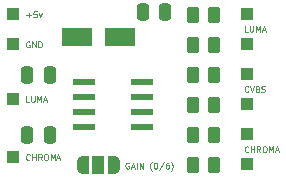
<source format=gbr>
%TF.GenerationSoftware,KiCad,Pcbnew,(6.0.1)*%
%TF.CreationDate,2022-02-22T12:17:33-04:00*%
%TF.ProjectId,Retro Video Amp,52657472-6f20-4566-9964-656f20416d70,rev?*%
%TF.SameCoordinates,Original*%
%TF.FileFunction,Soldermask,Top*%
%TF.FilePolarity,Negative*%
%FSLAX46Y46*%
G04 Gerber Fmt 4.6, Leading zero omitted, Abs format (unit mm)*
G04 Created by KiCad (PCBNEW (6.0.1)) date 2022-02-22 12:17:33*
%MOMM*%
%LPD*%
G01*
G04 APERTURE LIST*
G04 Aperture macros list*
%AMRoundRect*
0 Rectangle with rounded corners*
0 $1 Rounding radius*
0 $2 $3 $4 $5 $6 $7 $8 $9 X,Y pos of 4 corners*
0 Add a 4 corners polygon primitive as box body*
4,1,4,$2,$3,$4,$5,$6,$7,$8,$9,$2,$3,0*
0 Add four circle primitives for the rounded corners*
1,1,$1+$1,$2,$3*
1,1,$1+$1,$4,$5*
1,1,$1+$1,$6,$7*
1,1,$1+$1,$8,$9*
0 Add four rect primitives between the rounded corners*
20,1,$1+$1,$2,$3,$4,$5,0*
20,1,$1+$1,$4,$5,$6,$7,0*
20,1,$1+$1,$6,$7,$8,$9,0*
20,1,$1+$1,$8,$9,$2,$3,0*%
%AMFreePoly0*
4,1,22,0.550000,-0.750000,0.000000,-0.750000,0.000000,-0.745033,-0.079941,-0.743568,-0.215256,-0.701293,-0.333266,-0.622738,-0.424486,-0.514219,-0.481581,-0.384460,-0.499164,-0.250000,-0.500000,-0.250000,-0.500000,0.250000,-0.499164,0.250000,-0.499963,0.256109,-0.478152,0.396186,-0.417904,0.524511,-0.324060,0.630769,-0.204165,0.706417,-0.067858,0.745374,0.000000,0.744959,0.000000,0.750000,
0.550000,0.750000,0.550000,-0.750000,0.550000,-0.750000,$1*%
%AMFreePoly1*
4,1,20,0.000000,0.744959,0.073905,0.744508,0.209726,0.703889,0.328688,0.626782,0.421226,0.519385,0.479903,0.390333,0.500000,0.250000,0.500000,-0.250000,0.499851,-0.262216,0.476331,-0.402017,0.414519,-0.529596,0.319384,-0.634700,0.198574,-0.708877,0.061801,-0.746166,0.000000,-0.745033,0.000000,-0.750000,-0.550000,-0.750000,-0.550000,0.750000,0.000000,0.750000,0.000000,0.744959,
0.000000,0.744959,$1*%
G04 Aperture macros list end*
%ADD10C,0.125000*%
%ADD11RoundRect,0.250000X-0.250000X-0.475000X0.250000X-0.475000X0.250000X0.475000X-0.250000X0.475000X0*%
%ADD12RoundRect,0.250000X0.262500X0.450000X-0.262500X0.450000X-0.262500X-0.450000X0.262500X-0.450000X0*%
%ADD13FreePoly0,180.000000*%
%ADD14R,1.000000X1.500000*%
%ADD15FreePoly1,180.000000*%
%ADD16R,1.000000X1.000000*%
%ADD17RoundRect,0.250000X-1.050000X-0.550000X1.050000X-0.550000X1.050000X0.550000X-1.050000X0.550000X0*%
%ADD18R,1.981200X0.508000*%
%ADD19RoundRect,0.250000X-0.262500X-0.450000X0.262500X-0.450000X0.262500X0.450000X-0.262500X0.450000X0*%
G04 APERTURE END LIST*
D10*
X43986011Y-23618571D02*
X43962202Y-23642380D01*
X43890773Y-23666190D01*
X43843154Y-23666190D01*
X43771726Y-23642380D01*
X43724107Y-23594761D01*
X43700297Y-23547142D01*
X43676488Y-23451904D01*
X43676488Y-23380476D01*
X43700297Y-23285238D01*
X43724107Y-23237619D01*
X43771726Y-23190000D01*
X43843154Y-23166190D01*
X43890773Y-23166190D01*
X43962202Y-23190000D01*
X43986011Y-23213809D01*
X44128869Y-23166190D02*
X44295535Y-23666190D01*
X44462202Y-23166190D01*
X44795535Y-23404285D02*
X44866964Y-23428095D01*
X44890773Y-23451904D01*
X44914583Y-23499523D01*
X44914583Y-23570952D01*
X44890773Y-23618571D01*
X44866964Y-23642380D01*
X44819345Y-23666190D01*
X44628869Y-23666190D01*
X44628869Y-23166190D01*
X44795535Y-23166190D01*
X44843154Y-23190000D01*
X44866964Y-23213809D01*
X44890773Y-23261428D01*
X44890773Y-23309047D01*
X44866964Y-23356666D01*
X44843154Y-23380476D01*
X44795535Y-23404285D01*
X44628869Y-23404285D01*
X45105059Y-23642380D02*
X45176488Y-23666190D01*
X45295535Y-23666190D01*
X45343154Y-23642380D01*
X45366964Y-23618571D01*
X45390773Y-23570952D01*
X45390773Y-23523333D01*
X45366964Y-23475714D01*
X45343154Y-23451904D01*
X45295535Y-23428095D01*
X45200297Y-23404285D01*
X45152678Y-23380476D01*
X45128869Y-23356666D01*
X45105059Y-23309047D01*
X45105059Y-23261428D01*
X45128869Y-23213809D01*
X45152678Y-23190000D01*
X45200297Y-23166190D01*
X45319345Y-23166190D01*
X45390773Y-23190000D01*
X25462202Y-19420000D02*
X25414583Y-19396190D01*
X25343154Y-19396190D01*
X25271726Y-19420000D01*
X25224107Y-19467619D01*
X25200297Y-19515238D01*
X25176488Y-19610476D01*
X25176488Y-19681904D01*
X25200297Y-19777142D01*
X25224107Y-19824761D01*
X25271726Y-19872380D01*
X25343154Y-19896190D01*
X25390773Y-19896190D01*
X25462202Y-19872380D01*
X25486011Y-19848571D01*
X25486011Y-19681904D01*
X25390773Y-19681904D01*
X25700297Y-19896190D02*
X25700297Y-19396190D01*
X25986011Y-19896190D01*
X25986011Y-19396190D01*
X26224107Y-19896190D02*
X26224107Y-19396190D01*
X26343154Y-19396190D01*
X26414583Y-19420000D01*
X26462202Y-19467619D01*
X26486011Y-19515238D01*
X26509821Y-19610476D01*
X26509821Y-19681904D01*
X26486011Y-19777142D01*
X26462202Y-19824761D01*
X26414583Y-19872380D01*
X26343154Y-19896190D01*
X26224107Y-19896190D01*
X25438392Y-24526190D02*
X25200297Y-24526190D01*
X25200297Y-24026190D01*
X25605059Y-24026190D02*
X25605059Y-24430952D01*
X25628869Y-24478571D01*
X25652678Y-24502380D01*
X25700297Y-24526190D01*
X25795535Y-24526190D01*
X25843154Y-24502380D01*
X25866964Y-24478571D01*
X25890773Y-24430952D01*
X25890773Y-24026190D01*
X26128869Y-24526190D02*
X26128869Y-24026190D01*
X26295535Y-24383333D01*
X26462202Y-24026190D01*
X26462202Y-24526190D01*
X26676488Y-24383333D02*
X26914583Y-24383333D01*
X26628869Y-24526190D02*
X26795535Y-24026190D01*
X26962202Y-24526190D01*
X43938392Y-18556190D02*
X43700297Y-18556190D01*
X43700297Y-18056190D01*
X44105059Y-18056190D02*
X44105059Y-18460952D01*
X44128869Y-18508571D01*
X44152678Y-18532380D01*
X44200297Y-18556190D01*
X44295535Y-18556190D01*
X44343154Y-18532380D01*
X44366964Y-18508571D01*
X44390773Y-18460952D01*
X44390773Y-18056190D01*
X44628869Y-18556190D02*
X44628869Y-18056190D01*
X44795535Y-18413333D01*
X44962202Y-18056190D01*
X44962202Y-18556190D01*
X45176488Y-18413333D02*
X45414583Y-18413333D01*
X45128869Y-18556190D02*
X45295535Y-18056190D01*
X45462202Y-18556190D01*
X33873809Y-29680000D02*
X33826190Y-29656190D01*
X33754761Y-29656190D01*
X33683333Y-29680000D01*
X33635714Y-29727619D01*
X33611904Y-29775238D01*
X33588095Y-29870476D01*
X33588095Y-29941904D01*
X33611904Y-30037142D01*
X33635714Y-30084761D01*
X33683333Y-30132380D01*
X33754761Y-30156190D01*
X33802380Y-30156190D01*
X33873809Y-30132380D01*
X33897619Y-30108571D01*
X33897619Y-29941904D01*
X33802380Y-29941904D01*
X34088095Y-30013333D02*
X34326190Y-30013333D01*
X34040476Y-30156190D02*
X34207142Y-29656190D01*
X34373809Y-30156190D01*
X34540476Y-30156190D02*
X34540476Y-29656190D01*
X34778571Y-30156190D02*
X34778571Y-29656190D01*
X35064285Y-30156190D01*
X35064285Y-29656190D01*
X35826190Y-30346666D02*
X35802380Y-30322857D01*
X35754761Y-30251428D01*
X35730952Y-30203809D01*
X35707142Y-30132380D01*
X35683333Y-30013333D01*
X35683333Y-29918095D01*
X35707142Y-29799047D01*
X35730952Y-29727619D01*
X35754761Y-29680000D01*
X35802380Y-29608571D01*
X35826190Y-29584761D01*
X36111904Y-29656190D02*
X36159523Y-29656190D01*
X36207142Y-29680000D01*
X36230952Y-29703809D01*
X36254761Y-29751428D01*
X36278571Y-29846666D01*
X36278571Y-29965714D01*
X36254761Y-30060952D01*
X36230952Y-30108571D01*
X36207142Y-30132380D01*
X36159523Y-30156190D01*
X36111904Y-30156190D01*
X36064285Y-30132380D01*
X36040476Y-30108571D01*
X36016666Y-30060952D01*
X35992857Y-29965714D01*
X35992857Y-29846666D01*
X36016666Y-29751428D01*
X36040476Y-29703809D01*
X36064285Y-29680000D01*
X36111904Y-29656190D01*
X36850000Y-29632380D02*
X36421428Y-30275238D01*
X37230952Y-29656190D02*
X37135714Y-29656190D01*
X37088095Y-29680000D01*
X37064285Y-29703809D01*
X37016666Y-29775238D01*
X36992857Y-29870476D01*
X36992857Y-30060952D01*
X37016666Y-30108571D01*
X37040476Y-30132380D01*
X37088095Y-30156190D01*
X37183333Y-30156190D01*
X37230952Y-30132380D01*
X37254761Y-30108571D01*
X37278571Y-30060952D01*
X37278571Y-29941904D01*
X37254761Y-29894285D01*
X37230952Y-29870476D01*
X37183333Y-29846666D01*
X37088095Y-29846666D01*
X37040476Y-29870476D01*
X37016666Y-29894285D01*
X36992857Y-29941904D01*
X37445238Y-30346666D02*
X37469047Y-30322857D01*
X37516666Y-30251428D01*
X37540476Y-30203809D01*
X37564285Y-30132380D01*
X37588095Y-30013333D01*
X37588095Y-29918095D01*
X37564285Y-29799047D01*
X37540476Y-29727619D01*
X37516666Y-29680000D01*
X37469047Y-29608571D01*
X37445238Y-29584761D01*
X25200297Y-17165714D02*
X25581250Y-17165714D01*
X25390773Y-17356190D02*
X25390773Y-16975238D01*
X26057440Y-16856190D02*
X25819345Y-16856190D01*
X25795535Y-17094285D01*
X25819345Y-17070476D01*
X25866964Y-17046666D01*
X25986011Y-17046666D01*
X26033630Y-17070476D01*
X26057440Y-17094285D01*
X26081250Y-17141904D01*
X26081250Y-17260952D01*
X26057440Y-17308571D01*
X26033630Y-17332380D01*
X25986011Y-17356190D01*
X25866964Y-17356190D01*
X25819345Y-17332380D01*
X25795535Y-17308571D01*
X26247916Y-17022857D02*
X26366964Y-17356190D01*
X26486011Y-17022857D01*
X43986011Y-28718571D02*
X43962202Y-28742380D01*
X43890773Y-28766190D01*
X43843154Y-28766190D01*
X43771726Y-28742380D01*
X43724107Y-28694761D01*
X43700297Y-28647142D01*
X43676488Y-28551904D01*
X43676488Y-28480476D01*
X43700297Y-28385238D01*
X43724107Y-28337619D01*
X43771726Y-28290000D01*
X43843154Y-28266190D01*
X43890773Y-28266190D01*
X43962202Y-28290000D01*
X43986011Y-28313809D01*
X44200297Y-28766190D02*
X44200297Y-28266190D01*
X44200297Y-28504285D02*
X44486011Y-28504285D01*
X44486011Y-28766190D02*
X44486011Y-28266190D01*
X45009821Y-28766190D02*
X44843154Y-28528095D01*
X44724107Y-28766190D02*
X44724107Y-28266190D01*
X44914583Y-28266190D01*
X44962202Y-28290000D01*
X44986011Y-28313809D01*
X45009821Y-28361428D01*
X45009821Y-28432857D01*
X44986011Y-28480476D01*
X44962202Y-28504285D01*
X44914583Y-28528095D01*
X44724107Y-28528095D01*
X45319345Y-28266190D02*
X45414583Y-28266190D01*
X45462202Y-28290000D01*
X45509821Y-28337619D01*
X45533630Y-28432857D01*
X45533630Y-28599523D01*
X45509821Y-28694761D01*
X45462202Y-28742380D01*
X45414583Y-28766190D01*
X45319345Y-28766190D01*
X45271726Y-28742380D01*
X45224107Y-28694761D01*
X45200297Y-28599523D01*
X45200297Y-28432857D01*
X45224107Y-28337619D01*
X45271726Y-28290000D01*
X45319345Y-28266190D01*
X45747916Y-28766190D02*
X45747916Y-28266190D01*
X45914583Y-28623333D01*
X46081250Y-28266190D01*
X46081250Y-28766190D01*
X46295535Y-28623333D02*
X46533630Y-28623333D01*
X46247916Y-28766190D02*
X46414583Y-28266190D01*
X46581250Y-28766190D01*
X25486011Y-29388571D02*
X25462202Y-29412380D01*
X25390773Y-29436190D01*
X25343154Y-29436190D01*
X25271726Y-29412380D01*
X25224107Y-29364761D01*
X25200297Y-29317142D01*
X25176488Y-29221904D01*
X25176488Y-29150476D01*
X25200297Y-29055238D01*
X25224107Y-29007619D01*
X25271726Y-28960000D01*
X25343154Y-28936190D01*
X25390773Y-28936190D01*
X25462202Y-28960000D01*
X25486011Y-28983809D01*
X25700297Y-29436190D02*
X25700297Y-28936190D01*
X25700297Y-29174285D02*
X25986011Y-29174285D01*
X25986011Y-29436190D02*
X25986011Y-28936190D01*
X26509821Y-29436190D02*
X26343154Y-29198095D01*
X26224107Y-29436190D02*
X26224107Y-28936190D01*
X26414583Y-28936190D01*
X26462202Y-28960000D01*
X26486011Y-28983809D01*
X26509821Y-29031428D01*
X26509821Y-29102857D01*
X26486011Y-29150476D01*
X26462202Y-29174285D01*
X26414583Y-29198095D01*
X26224107Y-29198095D01*
X26819345Y-28936190D02*
X26914583Y-28936190D01*
X26962202Y-28960000D01*
X27009821Y-29007619D01*
X27033630Y-29102857D01*
X27033630Y-29269523D01*
X27009821Y-29364761D01*
X26962202Y-29412380D01*
X26914583Y-29436190D01*
X26819345Y-29436190D01*
X26771726Y-29412380D01*
X26724107Y-29364761D01*
X26700297Y-29269523D01*
X26700297Y-29102857D01*
X26724107Y-29007619D01*
X26771726Y-28960000D01*
X26819345Y-28936190D01*
X27247916Y-29436190D02*
X27247916Y-28936190D01*
X27414583Y-29293333D01*
X27581250Y-28936190D01*
X27581250Y-29436190D01*
X27795535Y-29293333D02*
X28033630Y-29293333D01*
X27747916Y-29436190D02*
X27914583Y-28936190D01*
X28081250Y-29436190D01*
D11*
%TO.C,C2*%
X35060000Y-16920000D03*
X36960000Y-16920000D03*
%TD*%
D12*
%TO.C,R5*%
X41095300Y-24765000D03*
X39270300Y-24765000D03*
%TD*%
D13*
%TO.C,JP1*%
X32592800Y-29845000D03*
D14*
X31292800Y-29845000D03*
D15*
X29992800Y-29845000D03*
%TD*%
D16*
%TO.C,*%
X24045000Y-19630000D03*
%TD*%
%TO.C,*%
X43920000Y-17090000D03*
%TD*%
%TO.C,*%
X24045000Y-24300000D03*
%TD*%
D12*
%TO.C,R3*%
X41095300Y-27305000D03*
X39270300Y-27305000D03*
%TD*%
D11*
%TO.C,C4*%
X25262800Y-27305000D03*
X27162800Y-27305000D03*
%TD*%
D16*
%TO.C,*%
X43920000Y-29790000D03*
%TD*%
D17*
%TO.C,C1*%
X29492800Y-19050000D03*
X33092800Y-19050000D03*
%TD*%
D18*
%TO.C,U1*%
X30099000Y-22860000D03*
X30099000Y-24130000D03*
X30099000Y-25400000D03*
X30099000Y-26670000D03*
X35026600Y-26670000D03*
X35026600Y-25400000D03*
X35026600Y-24130000D03*
X35026600Y-22860000D03*
%TD*%
D19*
%TO.C,R2*%
X39270300Y-22225000D03*
X41095300Y-22225000D03*
%TD*%
D16*
%TO.C,*%
X43920000Y-27250000D03*
%TD*%
%TO.C,*%
X43920000Y-19630000D03*
%TD*%
%TO.C,*%
X24045000Y-17090000D03*
%TD*%
D19*
%TO.C,R1*%
X39270300Y-17145000D03*
X41095300Y-17145000D03*
%TD*%
D11*
%TO.C,C3*%
X25262800Y-22225000D03*
X27162800Y-22225000D03*
%TD*%
D12*
%TO.C,R4*%
X41095300Y-19685000D03*
X39270300Y-19685000D03*
%TD*%
D16*
%TO.C,*%
X43920000Y-24710000D03*
%TD*%
D12*
%TO.C,R6*%
X41095300Y-29845000D03*
X39270300Y-29845000D03*
%TD*%
D16*
%TO.C,*%
X24045000Y-29210000D03*
%TD*%
%TO.C,*%
X43920000Y-22170000D03*
%TD*%
M02*

</source>
